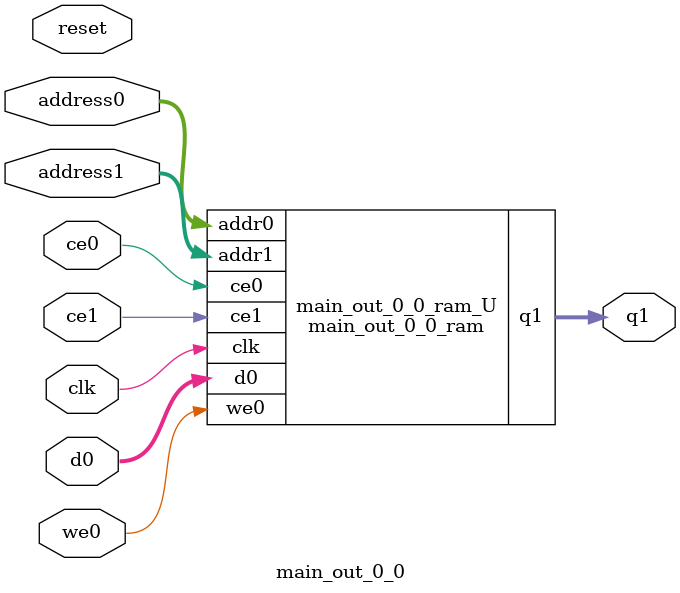
<source format=v>
`timescale 1 ns / 1 ps
module main_out_0_0_ram (addr0, ce0, d0, we0, addr1, ce1, q1,  clk);

parameter DWIDTH = 32;
parameter AWIDTH = 4;
parameter MEM_SIZE = 14;

input[AWIDTH-1:0] addr0;
input ce0;
input[DWIDTH-1:0] d0;
input we0;
input[AWIDTH-1:0] addr1;
input ce1;
output reg[DWIDTH-1:0] q1;
input clk;

reg [DWIDTH-1:0] ram[0:MEM_SIZE-1];




always @(posedge clk)  
begin 
    if (ce0) begin
        if (we0) 
            ram[addr0] <= d0; 
    end
end


always @(posedge clk)  
begin 
    if (ce1) begin
        q1 <= ram[addr1];
    end
end


endmodule

`timescale 1 ns / 1 ps
module main_out_0_0(
    reset,
    clk,
    address0,
    ce0,
    we0,
    d0,
    address1,
    ce1,
    q1);

parameter DataWidth = 32'd32;
parameter AddressRange = 32'd14;
parameter AddressWidth = 32'd4;
input reset;
input clk;
input[AddressWidth - 1:0] address0;
input ce0;
input we0;
input[DataWidth - 1:0] d0;
input[AddressWidth - 1:0] address1;
input ce1;
output[DataWidth - 1:0] q1;



main_out_0_0_ram main_out_0_0_ram_U(
    .clk( clk ),
    .addr0( address0 ),
    .ce0( ce0 ),
    .we0( we0 ),
    .d0( d0 ),
    .addr1( address1 ),
    .ce1( ce1 ),
    .q1( q1 ));

endmodule


</source>
